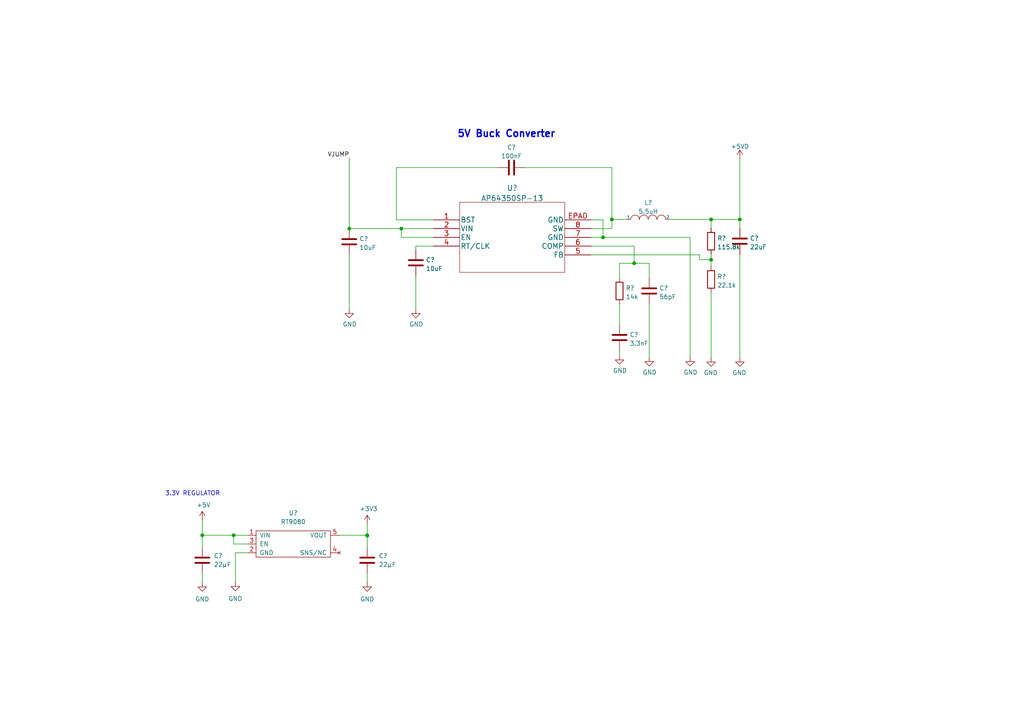
<source format=kicad_sch>
(kicad_sch (version 20211123) (generator eeschema)
  (paper "A4")
  (lib_symbols
    (symbol "Device:C" (pin_numbers hide) (pin_names (offset 0.254))
      (property "Reference" "C" (at 0.635 2.54 0))
      (property "Value" "C" (at 0.635 -2.54 0))
      (symbol "C_0_1"
        (polyline (pts (xy -2.032 -0.762) (xy 2.032 -0.762)) (stroke (width 0.508)))
        (polyline (pts (xy -2.032 0.762) (xy 2.032 0.762)) (stroke (width 0.508)))
      )
      (symbol "C_1_1"
        (pin passive line (at 0 3.81 270) (length 2.794) (name "~") (number "1"))
        (pin passive line (at 0 -3.81 90) (length 2.794) (name "~") (number "2"))
      )
    )
    (symbol "Device:R" (pin_numbers hide) (pin_names (offset 0))
      (property "Reference" "R" (at 2.032 0 90))
      (property "Value" "R" (at 0 0 90))
      (symbol "R_0_1"
        (rectangle (start -1.016 -2.54) (end 1.016 2.54) (stroke (width 0.254)))
      )
      (symbol "R_1_1"
        (pin passive line (at 0 3.81 270) (length 1.27) (name "~") (number "1"))
        (pin passive line (at 0 -3.81 90) (length 1.27) (name "~") (number "2"))
      )
    )
    (symbol "Packetworx_Symbols:RT9080" (pin_names (offset 1.016))
      (property "Reference" "U" (at 1.27 1.27 0))
      (property "Value" "RT9080" (at 11.43 -8.89 0))
      (symbol "RT9080_0_1"
        (rectangle (start 21.59 -7.62) (end 0 0))
      )
      (symbol "RT9080_1_1"
        (pin power_in line (at -2.54 -1.27 0) (length 2.54) (name "VIN") (number "1"))
        (pin input line (at -2.54 -6.35 0) (length 2.54) (name "GND") (number "2"))
        (pin input line (at -2.54 -3.81 0) (length 2.54) (name "EN") (number "3"))
        (pin no_connect line (at 24.13 -6.35 180) (length 2.54) (name "SNS/NC") (number "4"))
        (pin power_out line (at 24.13 -1.27 180) (length 2.54) (name "VOUT") (number "5"))
      )
    )
    (symbol "adp650:AP64350SP-13" (pin_names (offset 0.254))
      (property "Reference" "U" (at 22.86 10.16 0))
      (property "Value" "AP64350SP-13" (at 22.86 7.62 0))
      (symbol "AP64350SP-13_1_1"
        (polyline (pts (xy 7.62 -15.24) (xy 38.1 -15.24)) (stroke (width 0.127)))
        (polyline (pts (xy 7.62 5.08) (xy 7.62 -15.24)) (stroke (width 0.127)))
        (polyline (pts (xy 38.1 -15.24) (xy 38.1 5.08)) (stroke (width 0.127)))
        (polyline (pts (xy 38.1 5.08) (xy 7.62 5.08)) (stroke (width 0.127)))
        (pin power_in line (at 0 0 0) (length 7.62) (name "BST") (number "1"))
        (pin power_in line (at 0 -2.54 0) (length 7.62) (name "VIN") (number "2"))
        (pin input line (at 0 -5.08 0) (length 7.62) (name "EN") (number "3"))
        (pin unspecified line (at 0 -7.62 0) (length 7.62) (name "RT/CLK") (number "4"))
        (pin input line (at 45.72 -10.16 180) (length 7.62) (name "FB") (number "5"))
        (pin unspecified line (at 45.72 -7.62 180) (length 7.62) (name "COMP") (number "6"))
        (pin power_in line (at 45.72 -5.08 180) (length 7.62) (name "GND") (number "7"))
        (pin output line (at 45.72 -2.54 180) (length 7.62) (name "SW") (number "8"))
        (pin power_in line (at 45.72 0 180) (length 7.62) (name "GND") (number "EPAD"))
      )
    )
    (symbol "power:+3V3" (power) (pin_names (offset 0))
      (property "Value" "+3V3" (at 0 3.556 0))
      (symbol "+3V3_0_1"
        (polyline (pts (xy -0.762 1.27) (xy 0 2.54)))
        (polyline (pts (xy 0 0) (xy 0 2.54)))
        (polyline (pts (xy 0 2.54) (xy 0.762 1.27)))
      )
      (symbol "+3V3_1_1"
        (pin power_in line (at 0 0 90) (length 0) hide (name "+3V3") (number "1"))
      )
    )
    (symbol "power:+5V" (power) (pin_names (offset 0))
      (property "Value" "+5V" (at 0 3.556 0))
      (symbol "+5V_0_1"
        (polyline (pts (xy -0.762 1.27) (xy 0 2.54)))
        (polyline (pts (xy 0 0) (xy 0 2.54)))
        (polyline (pts (xy 0 2.54) (xy 0.762 1.27)))
      )
      (symbol "+5V_1_1"
        (pin power_in line (at 0 0 90) (length 0) hide (name "+5V") (number "1"))
      )
    )
    (symbol "power:+5VD" (power) (pin_names (offset 0))
      (property "Value" "+5VD" (at 0 3.556 0))
      (symbol "+5VD_0_1"
        (polyline (pts (xy -0.762 1.27) (xy 0 2.54)))
        (polyline (pts (xy 0 0) (xy 0 2.54)))
        (polyline (pts (xy 0 2.54) (xy 0.762 1.27)))
      )
      (symbol "+5VD_1_1"
        (pin power_in line (at 0 0 90) (length 0) hide (name "+5VD") (number "1"))
      )
    )
    (symbol "power:GND" (power) (pin_names (offset 0))
      (property "Value" "GND" (at 0 -3.81 0))
      (symbol "GND_0_1"
        (polyline (pts (xy 0 0) (xy 0 -1.27) (xy 1.27 -1.27) (xy 0 -2.54) (xy -1.27 -1.27) (xy 0 -1.27)))
      )
      (symbol "GND_1_1"
        (pin power_in line (at 0 0 270) (length 0) hide (name "GND") (number "1"))
      )
    )
    (symbol "pspice:INDUCTOR" (pin_numbers hide) (pin_names (offset 0))
      (property "Reference" "L" (at 0 2.54 0))
      (property "Value" "INDUCTOR" (at 0 -1.27 0))
      (symbol "INDUCTOR_0_1"
        (arc (start -2.54 0) (mid -3.81 1.27) (end -5.08 0))
        (arc (start 0 0) (mid -1.27 1.27) (end -2.54 0))
        (arc (start 2.54 0) (mid 1.27 1.27) (end 0 0))
        (arc (start 5.08 0) (mid 3.81 1.27) (end 2.54 0))
      )
      (symbol "INDUCTOR_1_1"
        (pin input line (at -6.35 0 0) (length 1.27) (name "1") (number "1"))
        (pin input line (at 6.35 0 180) (length 1.27) (name "2") (number "2"))
      )
    )
  )
  (junction (at 214.5855 63.6472))
  (junction (at 206.2498 63.6472))
  (junction (at 174.9006 68.8434))
  (junction (at 106.5054 155.2441))
  (junction (at 116.4036 66.3034))
  (junction (at 106.5054 155.3748))
  (junction (at 177.4741 63.6472))
  (junction (at 206.2498 75.3292))
  (junction (at 67.7668 155.2441))
  (junction (at 58.6646 155.2441))
  (junction (at 183.9313 76.3594))
  (junction (at 101.2989 66.3034))
  (wire (pts (xy 58.6646 155.2441) (xy 58.6646 158.6768)))
  (wire (pts (xy 202.92 75.3292) (xy 206.2498 75.3292)))
  (wire (pts (xy 71.7194 155.2441) (xy 67.7668 155.2441)))
  (wire (pts (xy 214.5855 46.0668) (xy 214.5855 63.6472)))
  (wire (pts (xy 125.7008 71.3834) (xy 120.6026 71.3834)))
  (wire (pts (xy 101.2989 73.9234) (xy 101.2989 89.6586)))
  (wire (pts (xy 68.274 160.3241) (xy 68.274 168.8149)))
  (wire (pts (xy 58.6646 150.8644) (xy 58.6646 155.2441)))
  (wire (pts (xy 188.3007 80.5827) (xy 188.3007 76.3594)))
  (wire (pts (xy 171.4208 68.8434) (xy 174.9006 68.8434)))
  (wire (pts (xy 67.7668 157.7841) (xy 67.7668 155.2441)))
  (wire (pts (xy 71.7194 160.3241) (xy 68.274 160.3241)))
  (wire (pts (xy 171.4208 73.9234) (xy 202.92 73.9234)))
  (wire (pts (xy 214.5855 63.6472) (xy 206.2498 63.6472)))
  (wire (pts (xy 174.9006 63.7634) (xy 174.9006 68.8434)))
  (wire (pts (xy 214.5855 73.7617) (xy 214.5855 103.7169)))
  (wire (pts (xy 171.4208 63.7634) (xy 174.9006 63.7634)))
  (wire (pts (xy 58.6646 166.2968) (xy 58.6646 168.9639)))
  (wire (pts (xy 144.5443 48.6022) (xy 114.9516 48.6022)))
  (wire (pts (xy 174.9006 68.8434) (xy 200.1614 68.8434)))
  (wire (pts (xy 152.1643 48.6022) (xy 177.4741 48.6022)))
  (wire (pts (xy 188.3007 88.2027) (xy 188.3007 103.6181)))
  (wire (pts (xy 67.7668 155.2441) (xy 58.6646 155.2441)))
  (wire (pts (xy 177.4741 48.6022) (xy 177.4741 63.6472)))
  (wire (pts (xy 120.6026 80.0241) (xy 120.6026 89.6586)))
  (wire (pts (xy 101.2989 45.8014) (xy 101.2989 66.3034)))
  (wire (pts (xy 206.2498 63.6472) (xy 206.2498 66.1417)))
  (wire (pts (xy 179.6876 80.5827) (xy 179.6876 76.3594)))
  (wire (pts (xy 179.6876 101.7118) (xy 179.6876 103.1174)))
  (wire (pts (xy 177.4741 63.6472) (xy 181.6646 63.6472)))
  (wire (pts (xy 206.2498 73.7617) (xy 206.2498 75.3292)))
  (wire (pts (xy 125.7008 68.8434) (xy 116.4036 68.8434)))
  (wire (pts (xy 120.6026 71.3834) (xy 120.6026 72.4041)))
  (wire (pts (xy 101.2989 66.3034) (xy 116.4036 66.3034)))
  (wire (pts (xy 171.4208 66.3034) (xy 177.4741 66.3034)))
  (wire (pts (xy 171.4208 71.3834) (xy 183.9313 71.3834)))
  (wire (pts (xy 206.2498 84.8641) (xy 206.2498 103.7169)))
  (wire (pts (xy 177.4741 66.3034) (xy 177.4741 63.6472)))
  (wire (pts (xy 106.5054 155.3748) (xy 106.5054 158.6768)))
  (wire (pts (xy 179.6876 88.2027) (xy 179.6876 94.0918)))
  (wire (pts (xy 116.4036 68.8434) (xy 116.4036 66.3034)))
  (wire (pts (xy 106.5054 166.2968) (xy 106.5054 168.9639)))
  (wire (pts (xy 106.5054 155.2441) (xy 106.5054 155.3748)))
  (wire (pts (xy 202.92 73.9234) (xy 202.92 75.3292)))
  (wire (pts (xy 179.6876 76.3594) (xy 183.9313 76.3594)))
  (wire (pts (xy 183.9313 71.3834) (xy 183.9313 76.3594)))
  (wire (pts (xy 116.4036 66.3034) (xy 125.7008 66.3034)))
  (wire (pts (xy 114.9516 63.7634) (xy 125.7008 63.7634)))
  (wire (pts (xy 106.5054 151.97) (xy 106.5054 155.2441)))
  (wire (pts (xy 214.5855 66.1417) (xy 214.5855 63.6472)))
  (wire (pts (xy 200.1614 68.8434) (xy 200.1614 103.6175)))
  (wire (pts (xy 194.3646 63.6472) (xy 206.2498 63.6472)))
  (wire (pts (xy 183.9313 76.3594) (xy 188.3007 76.3594)))
  (wire (pts (xy 206.2498 75.3292) (xy 206.2498 77.2441)))
  (wire (pts (xy 98.3894 155.2441) (xy 106.5054 155.2441)))
  (wire (pts (xy 114.9516 48.6022) (xy 114.9516 63.7634)))
  (wire (pts (xy 71.7194 157.7841) (xy 67.7668 157.7841)))
  (text "3.3V REGULATOR\n" (at 47.861 143.9762 0) (effects (font (size 1.27 1.27)) (justify left bottom)))
  (text "5V Buck Converter\n" (at 132.5616 40.0975 0) (effects (font (size 2.0066 2.0066) (thickness 0.4013) bold) (justify left bottom)))
  (label "VJUMP" (at 101.2989 45.8014 180))
  (symbol (lib_id "Device:C") (at 148.3543 48.6022 90) (unit 1)
    (property "Reference" "C?" (at 148.3543 42.7434 90))
    (property "Value" "100nF" (at 148.3543 45.2803 90))
    (property "Footprint" "Packetworx Footprints:100nF_0603" (effects hide))
  )
  (symbol (lib_id "power:+3V3") (at 106.5054 151.97 0) (unit 1)
    (property "Reference" "#PWR?" (effects hide))
    (property "Value" "+3V3" (at 106.8864 147.5758 0))
  )
  (symbol (lib_id "power:GND") (at 120.6026 89.6586 0) (unit 1)
    (property "Reference" "#PWR?" (effects hide))
    (property "Value" "GND" (at 120.7296 94.0528 0))
  )
  (symbol (lib_id "Device:C") (at 179.6876 97.9018 0) (unit 1)
    (property "Reference" "C?" (at 182.6086 97.0671 0) (effects (justify left)))
    (property "Value" "3.3nF" (at 182.6086 99.604 0) (effects (justify left)))
    (property "Footprint" "Packetworx Footprints:100nF_0603" (effects hide))
  )
  (symbol (lib_id "power:GND") (at 179.6876 103.1174 0) (unit 1)
    (property "Reference" "#PWR?" (effects hide))
    (property "Value" "GND" (at 179.8146 107.5116 0))
  )
  (symbol (lib_id "Device:R") (at 206.2498 81.0541 0) (unit 1)
    (property "Reference" "R?" (at 208.0278 80.2194 0) (effects (justify left)))
    (property "Value" "22.1k" (at 208.0278 82.7563 0) (effects (justify left)))
    (property "Footprint" "Packetworx Footprints:10K(0603)" (effects hide))
  )
  (symbol (lib_id "power:GND") (at 214.5855 103.7169 0) (mirror y) (unit 1)
    (property "Reference" "#PWR?" (effects hide))
    (property "Value" "GND" (at 214.4585 108.1111 0))
  )
  (symbol (lib_id "power:+5V") (at 58.6646 150.8644 0) (unit 1)
    (property "Reference" "#PWR?" (effects hide))
    (property "Value" "+5V" (at 59.0456 146.4702 0))
  )
  (symbol (lib_id "power:GND") (at 188.3007 103.6181 0) (unit 1)
    (property "Reference" "#PWR?" (effects hide))
    (property "Value" "GND" (at 188.4277 108.0123 0))
  )
  (symbol (lib_id "power:GND") (at 68.274 168.8149 0) (unit 1)
    (property "Reference" "#PWR?" (effects hide))
    (property "Value" "GND" (at 68.274 173.6296 0))
  )
  (symbol (lib_id "power:GND") (at 206.2498 103.7169 0) (mirror y) (unit 1)
    (property "Reference" "#PWR?" (effects hide))
    (property "Value" "GND" (at 206.1228 108.1111 0))
  )
  (symbol (lib_id "power:GND") (at 58.6646 168.9639 0) (unit 1)
    (property "Reference" "#PWR?" (effects hide))
    (property "Value" "GND" (at 58.6646 173.7786 0))
  )
  (symbol (lib_id "adp650:AP64350SP-13") (at 125.7008 63.7634 0) (unit 1)
    (property "Reference" "U?" (at 148.5608 54.5358 0) (effects (font (size 1.524 1.524))))
    (property "Value" "AP64350SP-13" (at 148.5608 57.5292 0) (effects (font (size 1.524 1.524))))
    (property "Footprint" "ul_AP64350SP-13:AP64350SP-13" (effects hide))
  )
  (symbol (lib_id "power:GND") (at 106.5054 168.9639 0) (unit 1)
    (property "Reference" "#PWR?" (effects hide))
    (property "Value" "GND" (at 106.5054 173.7786 0))
  )
  (symbol (lib_id "Device:C") (at 106.5054 162.4868 0) (unit 1)
    (property "Reference" "C?" (at 109.8377 161.2167 0) (effects (justify left)))
    (property "Value" "22µF" (at 109.8377 163.7567 0) (effects (justify left)))
    (property "Footprint" "Capacitor_SMD:C_0603_1608Metric" (effects hide))
  )
  (symbol (lib_id "Device:C") (at 214.5855 69.9517 0) (unit 1)
    (property "Reference" "C?" (at 217.5065 69.117 0) (effects (justify left)))
    (property "Value" "22uF" (at 217.5065 71.6539 0) (effects (justify left)))
    (property "Footprint" "Packetworx Footprints:100nF_0603" (effects hide))
  )
  (symbol (lib_id "pspice:INDUCTOR") (at 188.0146 63.6472 0) (unit 1)
    (property "Reference" "L?" (at 188.0146 58.8044 0))
    (property "Value" "5.5uH" (at 188.0146 61.3413 0))
    (property "Footprint" "Packetworx Footprints:100nF_0603" (effects hide))
    (property "Datasheet" "744325550" (effects hide))
  )
  (symbol (lib_id "Device:C") (at 188.3007 84.3927 0) (unit 1)
    (property "Reference" "C?" (at 191.2217 83.558 0) (effects (justify left)))
    (property "Value" "56pF" (at 191.2217 86.0949 0) (effects (justify left)))
    (property "Footprint" "Packetworx Footprints:100nF_0603" (effects hide))
  )
  (symbol (lib_id "Device:C") (at 101.2989 70.1134 0) (unit 1)
    (property "Reference" "C?" (at 104.2199 69.2787 0) (effects (justify left)))
    (property "Value" "10uF" (at 104.2199 71.8156 0) (effects (justify left)))
    (property "Footprint" "Packetworx Footprints:100nF_0603" (effects hide))
  )
  (symbol (lib_id "power:GND") (at 101.2989 89.6586 0) (unit 1)
    (property "Reference" "#PWR?" (effects hide))
    (property "Value" "GND" (at 101.4259 94.0528 0))
  )
  (symbol (lib_id "power:GND") (at 200.1614 103.6175 0) (unit 1)
    (property "Reference" "#PWR?" (effects hide))
    (property "Value" "GND" (at 200.2884 108.0117 0))
  )
  (symbol (lib_id "Device:C") (at 120.6026 76.2141 0) (unit 1)
    (property "Reference" "C?" (at 123.5236 75.3794 0) (effects (justify left)))
    (property "Value" "10uF" (at 123.5236 77.9163 0) (effects (justify left)))
    (property "Footprint" "Packetworx Footprints:100nF_0603" (effects hide))
  )
  (symbol (lib_id "Device:C") (at 58.6646 162.4868 0) (unit 1)
    (property "Reference" "C?" (at 61.9969 161.2167 0) (effects (justify left)))
    (property "Value" "22µF" (at 61.9969 163.7567 0) (effects (justify left)))
    (property "Footprint" "Capacitor_SMD:C_0603_1608Metric" (effects hide))
  )
  (symbol (lib_id "Device:R") (at 206.2498 69.9517 0) (unit 1)
    (property "Reference" "R?" (at 208.0278 69.117 0) (effects (justify left)))
    (property "Value" "115.8k" (at 208.0278 71.6539 0) (effects (justify left)))
    (property "Footprint" "Packetworx Footprints:10K(0603)" (effects hide))
  )
  (symbol (lib_id "power:+5VD") (at 214.5855 46.0668 0) (unit 1)
    (property "Reference" "#PWR?" (effects hide))
    (property "Value" "+5VD" (at 214.5855 42.491 0))
  )
  (symbol (lib_id "Packetworx_Symbols:RT9080") (at 74.2594 153.9741 0) (unit 1)
    (property "Reference" "U?" (at 85.0544 148.8034 0))
    (property "Value" "RT9080" (at 85.0544 151.3434 0))
    (property "Footprint" "Package_TO_SOT_SMD:TSOT-23-5" (effects hide))
  )
  (symbol (lib_id "Device:R") (at 179.6876 84.3927 0) (unit 1)
    (property "Reference" "R?" (at 181.4656 83.558 0) (effects (justify left)))
    (property "Value" "14k" (at 181.4656 86.0949 0) (effects (justify left)))
    (property "Footprint" "Packetworx Footprints:10K(0603)" (effects hide))
  )
)
</source>
